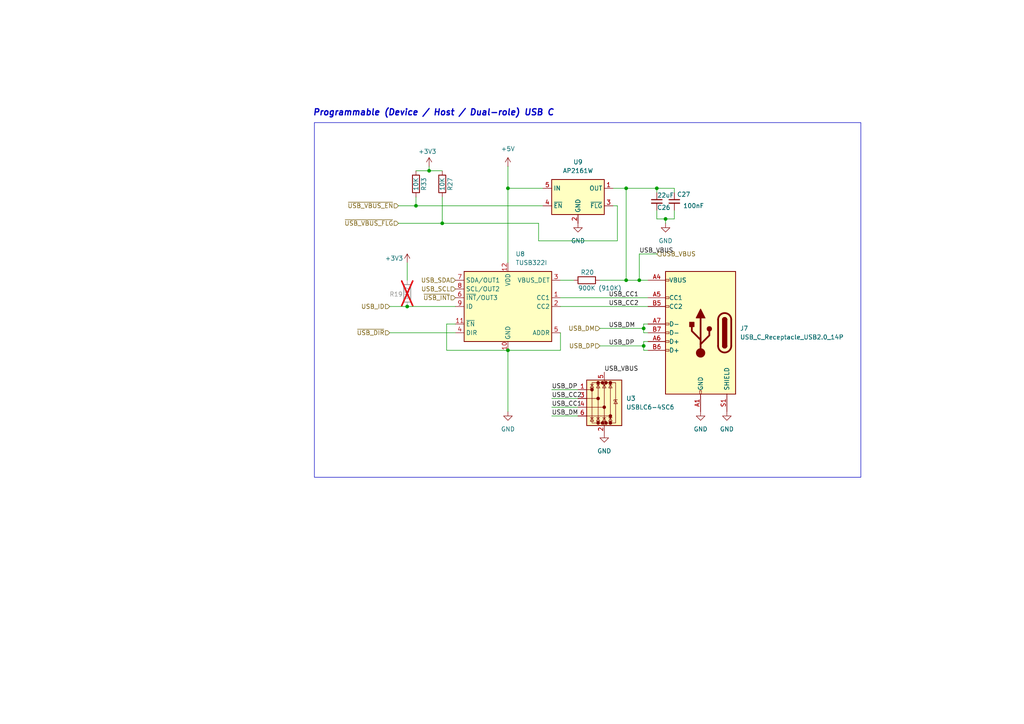
<source format=kicad_sch>
(kicad_sch (version 20250114) (generator "eeschema") (generator_version "9.0")
  (paper "A4")
  (lib_symbols
    (symbol "Connector:USB_C_Receptacle_USB2.0_14P" (pin_names (offset 1.016))
      (property "Reference" "J" (at 0 22.225 0))
      (property "Value" "USB_C_Receptacle_USB2.0_14P" (at 0 19.685 0))
      (symbol "USB_C_Receptacle_USB2.0_14P_0_0"
        (rectangle (start -0.254 -17.78) (end 0.254 -16.764))
        (rectangle (start 10.16 15.494) (end 9.144 14.986))
        (rectangle (start 10.16 10.414) (end 9.144 9.906))
        (rectangle (start 10.16 7.874) (end 9.144 7.366))
        (rectangle (start 10.16 2.794) (end 9.144 2.286))
        (rectangle (start 10.16 0.254) (end 9.144 -0.254))
        (rectangle (start 10.16 -2.286) (end 9.144 -2.794))
        (rectangle (start 10.16 -4.826) (end 9.144 -5.334))
      )
      (symbol "USB_C_Receptacle_USB2.0_14P_0_1"
        (rectangle (start -10.16 17.78) (end 10.16 -17.78) (stroke (width 0.254)) (fill (type background)))
        (polyline (pts (xy -8.89 -3.81) (xy -8.89 3.81)) (stroke (width 0.508)))
        (rectangle (start -7.62 -3.81) (end -6.35 3.81) (stroke (width 0.254)) (fill (type outline)))
        (arc (start -7.62 3.81) (mid -6.985 4.4423) (end -6.35 3.81) (stroke (width 0.254)))
        (arc (start -7.62 3.81) (mid -6.985 4.4423) (end -6.35 3.81) (stroke (width 0.254)) (fill (type outline)))
        (arc (start -8.89 3.81) (mid -6.985 5.7067) (end -5.08 3.81) (stroke (width 0.508)))
        (arc (start -5.08 -3.81) (mid -6.985 -5.7067) (end -8.89 -3.81) (stroke (width 0.508)))
        (arc (start -6.35 -3.81) (mid -6.985 -4.4423) (end -7.62 -3.81) (stroke (width 0.254)))
        (arc (start -6.35 -3.81) (mid -6.985 -4.4423) (end -7.62 -3.81) (stroke (width 0.254)) (fill (type outline)))
        (polyline (pts (xy -5.08 3.81) (xy -5.08 -3.81)) (stroke (width 0.508)))
        (circle (center -2.54 1.143) (radius 0.635) (stroke (width 0.254)) (fill (type outline)))
        (polyline (pts (xy -1.27 4.318) (xy 0 6.858) (xy 1.27 4.318) (xy -1.27 4.318)) (stroke (width 0.254)) (fill (type outline)))
        (polyline (pts (xy 0 -2.032) (xy 2.54 0.508) (xy 2.54 1.778)) (stroke (width 0.508)))
        (polyline (pts (xy 0 -3.302) (xy -2.54 -0.762) (xy -2.54 0.508)) (stroke (width 0.508)))
        (polyline (pts (xy 0 -5.842) (xy 0 4.318)) (stroke (width 0.508)))
        (circle (center 0 -5.842) (radius 1.27) (fill (type outline)))
        (rectangle (start 1.905 1.778) (end 3.175 3.048) (stroke (width 0.254)) (fill (type outline)))
      )
      (symbol "USB_C_Receptacle_USB2.0_14P_1_1"
        (pin passive line (at -7.62 -22.86 90) (length 5.08) (name "SHIELD") (number "S1"))
        (pin passive line (at 0 -22.86 90) (length 5.08) (name "GND") (number "A1"))
        (pin passive line (at 0 -22.86 90) (length 5.08) (hide yes) (name "GND") (number "A12"))
        (pin passive line (at 0 -22.86 90) (length 5.08) (hide yes) (name "GND") (number "B1"))
        (pin passive line (at 0 -22.86 90) (length 5.08) (hide yes) (name "GND") (number "B12"))
        (pin passive line (at 15.24 15.24 180) (length 5.08) (name "VBUS") (number "A4"))
        (pin passive line (at 15.24 15.24 180) (length 5.08) (hide yes) (name "VBUS") (number "A9"))
        (pin passive line (at 15.24 15.24 180) (length 5.08) (hide yes) (name "VBUS") (number "B4"))
        (pin passive line (at 15.24 15.24 180) (length 5.08) (hide yes) (name "VBUS") (number "B9"))
        (pin bidirectional line (at 15.24 10.16 180) (length 5.08) (name "CC1") (number "A5"))
        (pin bidirectional line (at 15.24 7.62 180) (length 5.08) (name "CC2") (number "B5"))
        (pin bidirectional line (at 15.24 2.54 180) (length 5.08) (name "D-") (number "A7"))
        (pin bidirectional line (at 15.24 0 180) (length 5.08) (name "D-") (number "B7"))
        (pin bidirectional line (at 15.24 -2.54 180) (length 5.08) (name "D+") (number "A6"))
        (pin bidirectional line (at 15.24 -5.08 180) (length 5.08) (name "D+") (number "B6"))
      )
    )
    (symbol "Device:C_Small" (pin_numbers (hide yes)) (pin_names (offset 0.254) (hide yes))
      (property "Reference" "C" (at 0.254 1.778 0))
      (property "Value" "C_Small" (at 0.254 -2.032 0))
      (symbol "C_Small_0_1"
        (polyline (pts (xy -1.524 0.508) (xy 1.524 0.508)) (stroke (width 0.3048)))
        (polyline (pts (xy -1.524 -0.508) (xy 1.524 -0.508)) (stroke (width 0.3302)))
      )
      (symbol "C_Small_1_1"
        (pin passive line (at 0 2.54 270) (length 2.032) (name "~") (number "1"))
        (pin passive line (at 0 -2.54 90) (length 2.032) (name "~") (number "2"))
      )
    )
    (symbol "Device:R" (pin_numbers (hide yes)) (pin_names (offset 0))
      (property "Reference" "R" (at 2.032 0 90))
      (property "Value" "R" (at 0 0 90))
      (symbol "R_0_1"
        (rectangle (start -1.016 -2.54) (end 1.016 2.54) (stroke (width 0.254)))
      )
      (symbol "R_1_1"
        (pin passive line (at 0 3.81 270) (length 1.27) (name "~") (number "1"))
        (pin passive line (at 0 -3.81 90) (length 1.27) (name "~") (number "2"))
      )
    )
    (symbol "Interface_USB:TUSB322I"
      (property "Reference" "U" (at -11.43 11.43 0))
      (property "Value" "TUSB322I" (at 7.62 11.43 0))
      (symbol "TUSB322I_1_1"
        (rectangle (start -12.7 10.16) (end 12.7 -10.16) (stroke (width 0.254)) (fill (type background)))
        (pin bidirectional line (at -15.24 7.62 0) (length 2.54) (name "SDA/OUT1") (number "7"))
        (pin bidirectional line (at -15.24 5.08 0) (length 2.54) (name "SCL/OUT2") (number "8"))
        (pin open_collector line (at -15.24 2.54 0) (length 2.54) (name "~{INT}/OUT3") (number "6"))
        (pin open_collector line (at -15.24 0 0) (length 2.54) (name "ID") (number "9"))
        (pin input line (at -15.24 -5.08 0) (length 2.54) (name "~{EN}") (number "11"))
        (pin open_collector line (at -15.24 -7.62 0) (length 2.54) (name "DIR") (number "4"))
        (pin power_in line (at 0 12.7 270) (length 2.54) (name "VDD") (number "12"))
        (pin power_in line (at 0 -12.7 90) (length 2.54) (name "GND") (number "10"))
        (pin input line (at 15.24 7.62 180) (length 2.54) (name "VBUS_DET") (number "3"))
        (pin bidirectional line (at 15.24 2.54 180) (length 2.54) (name "CC1") (number "1"))
        (pin bidirectional line (at 15.24 0 180) (length 2.54) (name "CC2") (number "2"))
        (pin input line (at 15.24 -7.62 180) (length 2.54) (name "ADDR") (number "5"))
      )
    )
    (symbol "Power_Management:AP2161W"
      (property "Reference" "U" (at -7.62 -6.35 0))
      (property "Value" "AP2161W" (at -7.62 6.35 0))
      (symbol "AP2161W_0_1"
        (rectangle (start -7.62 5.08) (end 7.62 -5.08) (stroke (width 0.254)) (fill (type background)))
      )
      (symbol "AP2161W_1_1"
        (pin power_in line (at -10.16 2.54 0) (length 2.54) (name "IN") (number "5"))
        (pin input line (at -10.16 -2.54 0) (length 2.54) (name "~{EN}") (number "4"))
        (pin power_in line (at 0 -7.62 90) (length 2.54) (name "GND") (number "2"))
        (pin power_out line (at 10.16 2.54 180) (length 2.54) (name "OUT") (number "1"))
        (pin open_collector line (at 10.16 -2.54 180) (length 2.54) (name "~{FLG}") (number "3"))
      )
    )
    (symbol "Power_Protection:USBLC6-4SC6" (pin_names (hide yes))
      (property "Reference" "U" (at 1.27 9.525 0))
      (property "Value" "USBLC6-4SC6" (at 1.27 6.985 0))
      (symbol "USBLC6-4SC6_0_0"
        (circle (center -3.556 2.54) (radius 0.0001) (stroke (width 0.508)))
        (circle (center -1.778 4.572) (radius 0.0001) (stroke (width 0.508)))
        (circle (center -1.778 0) (radius 0.0001) (stroke (width 0.508)))
        (circle (center -1.778 -7.112) (radius 0.0001) (stroke (width 0.508)))
        (circle (center -0.508 4.572) (radius 0.0001) (stroke (width 0.508)))
        (circle (center -0.508 -7.112) (radius 0.0001) (stroke (width 0.508)))
        (circle (center 0 -2.54) (radius 0.0001) (stroke (width 0.508)))
        (circle (center 0.508 4.572) (radius 0.0001) (stroke (width 0.508)))
        (circle (center 0.508 -7.112) (radius 0.0001) (stroke (width 0.508)))
        (circle (center 1.778 4.572) (radius 0.0001) (stroke (width 0.508)))
        (circle (center 1.778 -5.08) (radius 0.0001) (stroke (width 0.508)))
        (circle (center 1.778 -7.112) (radius 0.0001) (stroke (width 0.508)))
      )
      (symbol "USBLC6-4SC6_0_1"
        (polyline (pts (xy -5.08 2.54) (xy -3.556 2.54)))
        (polyline (pts (xy -5.08 0) (xy -1.778 0)))
        (polyline (pts (xy -5.08 -2.54) (xy 0 -2.54)))
        (polyline (pts (xy -5.08 -5.08) (xy 1.778 -5.08)))
        (polyline (pts (xy -4.064 3.048) (xy -3.048 3.048) (xy -3.556 4.064) (xy -4.064 3.048)))
        (polyline (pts (xy -4.064 -5.588) (xy -3.048 -5.588)))
        (polyline (pts (xy -3.048 4.064) (xy -4.064 4.064)))
        (polyline (pts (xy -3.048 -6.604) (xy -4.064 -6.604) (xy -3.556 -5.588) (xy -3.048 -6.604)))
        (polyline (pts (xy -2.286 4.064) (xy -1.27 4.064)))
        (polyline (pts (xy -2.286 -5.588) (xy -1.27 -5.588)))
        (polyline (pts (xy -1.27 3.048) (xy -2.286 3.048) (xy -1.778 4.064) (xy -1.27 3.048)))
        (polyline (pts (xy -1.27 -6.604) (xy -2.286 -6.604) (xy -1.778 -5.588) (xy -1.27 -6.604)))
        (polyline (pts (xy -0.508 3.048) (xy 0.508 3.048) (xy 0 4.064) (xy -0.508 3.048)))
        (polyline (pts (xy -0.508 -5.588) (xy 0.508 -5.588)))
        (polyline (pts (xy -0.508 -6.604) (xy 0.508 -6.604) (xy 0 -5.588) (xy -0.508 -6.604)))
        (polyline (pts (xy 0 5.08) (xy 0.508 4.572)))
        (polyline (pts (xy 0.508 4.064) (xy -0.508 4.064)))
        (polyline (pts (xy 0.508 -7.112) (xy -0.508 -7.112)))
        (polyline (pts (xy 1.27 4.064) (xy 2.286 4.064)))
        (polyline (pts (xy 1.27 -6.604) (xy 2.286 -6.604) (xy 1.778 -5.588) (xy 1.27 -6.604)))
        (polyline (pts (xy 1.778 4.572) (xy 3.302 4.572) (xy 3.302 -7.112) (xy 1.778 -7.112)))
        (polyline (pts (xy 2.286 3.048) (xy 1.27 3.048) (xy 1.778 4.064) (xy 2.286 3.048)))
        (polyline (pts (xy 2.286 -5.588) (xy 1.27 -5.588)))
        (polyline (pts (xy 2.794 -0.762) (xy 2.794 -0.381) (xy 3.81 -0.381)))
        (polyline (pts (xy 3.81 -1.524) (xy 2.794 -1.524) (xy 3.302 -0.508) (xy 3.81 -1.524)))
      )
      (symbol "USBLC6-4SC6_1_1"
        (rectangle (start -5.08 5.334) (end 5.08 -7.874) (stroke (width 0.254)) (fill (type background)))
        (polyline (pts (xy -1.778 4.572) (xy -3.556 4.572) (xy -3.556 -7.112) (xy -1.778 -7.112)))
        (polyline (pts (xy -0.508 4.572) (xy 1.778 4.572) (xy 1.778 -7.112) (xy 0.508 -7.112)))
        (polyline (pts (xy 0 -7.62) (xy -0.508 -7.112) (xy -1.778 -7.112) (xy -1.778 4.572) (xy -0.508 4.572)))
        (polyline (pts (xy 0.508 -7.112) (xy 0 -6.604) (xy 0 4.064) (xy -0.508 4.572)))
        (pin passive line (at -7.62 2.54 0) (length 2.54) (name "I/O1") (number "1"))
        (pin passive line (at -7.62 0 0) (length 2.54) (name "I/O2") (number "3"))
        (pin passive line (at -7.62 -2.54 0) (length 2.54) (name "I/O3") (number "4"))
        (pin passive line (at -7.62 -5.08 0) (length 2.54) (name "I/O4") (number "6"))
        (pin passive line (at 0 7.62 270) (length 2.54) (name "VBUS") (number "5"))
        (pin passive line (at 0 -10.16 90) (length 2.54) (name "GND") (number "2"))
      )
    )
    (symbol "power:+3V3" (power) (pin_names (offset 0))
      (property "Value" "+3V3" (at 0 3.556 0))
      (symbol "+3V3_0_1"
        (polyline (pts (xy -0.762 1.27) (xy 0 2.54)))
        (polyline (pts (xy 0 2.54) (xy 0.762 1.27)))
        (polyline (pts (xy 0 0) (xy 0 2.54)))
      )
      (symbol "+3V3_1_1"
        (pin power_in line (at 0 0 90) (length 0) (hide yes) (name "+3V3") (number "1"))
      )
    )
    (symbol "power:+5V" (power) (pin_numbers (hide yes)) (pin_names (offset 0) (hide yes))
      (property "Value" "+5V" (at 0 3.556 0))
      (symbol "+5V_0_1"
        (polyline (pts (xy -0.762 1.27) (xy 0 2.54)))
        (polyline (pts (xy 0 2.54) (xy 0.762 1.27)))
        (polyline (pts (xy 0 0) (xy 0 2.54)))
      )
      (symbol "+5V_1_1"
        (pin power_in line (at 0 0 90) (length 0) (name "~") (number "1"))
      )
    )
    (symbol "power:GND" (power) (pin_names (offset 0))
      (property "Value" "GND" (at 0 -3.81 0))
      (symbol "GND_0_1"
        (polyline (pts (xy 0 0) (xy 0 -1.27) (xy 1.27 -1.27) (xy 0 -2.54) (xy -1.27 -1.27) (xy 0 -1.27)))
      )
      (symbol "GND_1_1"
        (pin power_in line (at 0 0 270) (length 0) (hide yes) (name "GND") (number "1"))
      )
    )
  )
  (rectangle (start 91.186 35.56) (end 249.682 138.43))
  (text "Programmable (Device / Host / Dual-role) USB C" (at 125.73 32.766 0) (effects (font (size 1.778 1.778) (thickness 0.3556) (bold yes) (italic yes))))
  (junction (at 147.32 101.6))
  (junction (at 181.61 54.61))
  (junction (at 190.5 54.61))
  (junction (at 147.32 54.61))
  (junction (at 128.27 64.77))
  (junction (at 181.61 81.28))
  (junction (at 124.46 49.53))
  (junction (at 193.04 63.5))
  (junction (at 120.65 59.69))
  (junction (at 118.11 88.9))
  (junction (at 186.69 100.33))
  (junction (at 185.42 81.28))
  (junction (at 186.69 95.25))
  (wire (pts (xy 179.07 69.85) (xy 156.21 69.85)))
  (wire (pts (xy 185.42 81.28) (xy 187.96 81.28)))
  (wire (pts (xy 177.8 54.61) (xy 181.61 54.61)))
  (wire (pts (xy 195.58 63.5) (xy 195.58 60.96)))
  (wire (pts (xy 147.32 48.26) (xy 147.32 54.61)))
  (wire (pts (xy 162.56 81.28) (xy 166.37 81.28)))
  (wire (pts (xy 120.65 57.15) (xy 120.65 59.69)))
  (wire (pts (xy 160.02 113.03) (xy 167.64 113.03)))
  (wire (pts (xy 190.5 54.61) (xy 190.5 55.88)))
  (wire (pts (xy 187.96 93.98) (xy 186.69 93.98)))
  (wire (pts (xy 147.32 101.6) (xy 147.32 119.38)))
  (wire (pts (xy 147.32 54.61) (xy 157.48 54.61)))
  (wire (pts (xy 156.21 64.77) (xy 128.27 64.77)))
  (wire (pts (xy 147.32 54.61) (xy 147.32 76.2)))
  (wire (pts (xy 185.42 73.66) (xy 190.5 73.66)))
  (wire (pts (xy 113.03 96.52) (xy 132.08 96.52)))
  (wire (pts (xy 179.07 59.69) (xy 179.07 69.85)))
  (wire (pts (xy 177.8 59.69) (xy 179.07 59.69)))
  (wire (pts (xy 120.65 59.69) (xy 157.48 59.69)))
  (wire (pts (xy 181.61 54.61) (xy 181.61 81.28)))
  (wire (pts (xy 187.96 101.6) (xy 186.69 101.6)))
  (wire (pts (xy 113.03 88.9) (xy 118.11 88.9)))
  (wire (pts (xy 162.56 86.36) (xy 187.96 86.36)))
  (wire (pts (xy 124.46 49.53) (xy 120.65 49.53)))
  (wire (pts (xy 124.46 49.53) (xy 124.46 48.26)))
  (wire (pts (xy 193.04 63.5) (xy 193.04 64.77)))
  (wire (pts (xy 160.02 120.65) (xy 167.64 120.65)))
  (wire (pts (xy 132.08 93.98) (xy 129.54 93.98)))
  (wire (pts (xy 190.5 60.96) (xy 190.5 63.5)))
  (wire (pts (xy 156.21 69.85) (xy 156.21 64.77)))
  (wire (pts (xy 115.57 59.69) (xy 120.65 59.69)))
  (wire (pts (xy 195.58 54.61) (xy 195.58 55.88)))
  (wire (pts (xy 186.69 100.33) (xy 186.69 99.06)))
  (wire (pts (xy 173.99 100.33) (xy 186.69 100.33)))
  (wire (pts (xy 186.69 100.33) (xy 186.69 101.6)))
  (wire (pts (xy 181.61 81.28) (xy 185.42 81.28)))
  (wire (pts (xy 190.5 63.5) (xy 193.04 63.5)))
  (wire (pts (xy 173.99 81.28) (xy 181.61 81.28)))
  (wire (pts (xy 160.02 118.11) (xy 167.64 118.11)))
  (wire (pts (xy 118.11 81.28) (xy 118.11 76.2)))
  (wire (pts (xy 147.32 101.6) (xy 162.56 101.6)))
  (wire (pts (xy 185.42 81.28) (xy 185.42 73.66)))
  (wire (pts (xy 128.27 57.15) (xy 128.27 64.77)))
  (wire (pts (xy 129.54 101.6) (xy 147.32 101.6)))
  (wire (pts (xy 129.54 93.98) (xy 129.54 101.6)))
  (wire (pts (xy 190.5 54.61) (xy 195.58 54.61)))
  (wire (pts (xy 162.56 101.6) (xy 162.56 96.52)))
  (wire (pts (xy 186.69 93.98) (xy 186.69 95.25)))
  (wire (pts (xy 118.11 88.9) (xy 132.08 88.9)))
  (wire (pts (xy 115.57 64.77) (xy 128.27 64.77)))
  (wire (pts (xy 186.69 96.52) (xy 187.96 96.52)))
  (wire (pts (xy 193.04 63.5) (xy 195.58 63.5)))
  (wire (pts (xy 162.56 88.9) (xy 187.96 88.9)))
  (wire (pts (xy 128.27 49.53) (xy 124.46 49.53)))
  (wire (pts (xy 173.99 95.25) (xy 186.69 95.25)))
  (wire (pts (xy 160.02 115.57) (xy 167.64 115.57)))
  (wire (pts (xy 186.69 99.06) (xy 187.96 99.06)))
  (wire (pts (xy 186.69 95.25) (xy 186.69 96.52)))
  (wire (pts (xy 181.61 54.61) (xy 190.5 54.61)))
  (label "USB_CC2" (at 160.02 115.57 0))
  (label "USB_DM" (at 160.02 120.65 0))
  (label "USB_VBUS" (at 185.42 73.66 0))
  (label "USB_DM" (at 176.53 95.25 0))
  (label "USB_CC2" (at 176.53 88.9 0))
  (label "USB_CC1" (at 176.53 86.36 0))
  (label "USB_VBUS" (at 175.26 107.95 0))
  (label "USB_DP" (at 160.02 113.03 0))
  (label "USB_CC1" (at 160.02 118.11 0))
  (label "USB_DP" (at 176.53 100.33 0))
  (hierarchical_label "USB_VBUS" (shape input) (at 190.5 73.66 0))
  (hierarchical_label "USB_ID" (shape input) (at 113.03 88.9 180))
  (hierarchical_label "~{USB_VBUS_FLG}" (shape input) (at 115.57 64.77 180))
  (hierarchical_label "USB_SDA" (shape input) (at 132.08 81.28 180))
  (hierarchical_label "~{USB_DIR}" (shape input) (at 113.03 96.52 180))
  (hierarchical_label "USB_DP" (shape input) (at 173.99 100.33 180))
  (hierarchical_label "USB_DM" (shape input) (at 173.99 95.25 180))
  (hierarchical_label "USB_SCL" (shape input) (at 132.08 83.82 180))
  (hierarchical_label "~{USB_INT}" (shape input) (at 132.08 86.36 180))
  (hierarchical_label "~{USB_VBUS_EN}" (shape input) (at 115.57 59.69 180))
  (symbol (lib_id "Device:R") (at 170.18 81.28 270) (unit 1)
    (property "Reference" "R20" (at 168.402 78.994 90) (effects (justify left)))
    (property "Value" "900K (910K)" (at 167.64 83.566 90) (effects (justify left)))
    (property "Footprint" "Resistor_SMD:R_0402_1005Metric" (effects (hide yes)))
    (property "lcsc#" "C25800" (effects (hide yes)))
    (property "LCSC" "C25800" (effects (hide yes)))
  )
  (symbol (lib_id "power:GND") (at 210.82 119.38 0) (mirror y) (unit 1)
    (property "Reference" "#PWR056" (effects (hide yes)))
    (property "Value" "GND" (at 210.82 124.46 0))
  )
  (symbol (lib_id "power:+3V3") (at 118.11 76.2 0) (unit 1)
    (property "Reference" "#PWR04" (effects (hide yes)))
    (property "Value" "+3V3" (at 114.3 74.93 0))
  )
  (symbol (lib_id "Power_Management:AP2161W") (at 167.64 57.15 0) (unit 1)
    (property "Reference" "U9" (at 167.64 46.99 0))
    (property "Value" "AP2161W" (at 167.64 49.53 0))
    (property "Footprint" "Package_TO_SOT_SMD:SOT-23-5" (effects (hide yes)))
    (property "Datasheet" "https://www.diodes.com/assets/Datasheets/AP2161.pdf" (effects (hide yes)))
    (property "Description" "Current limited power switch, single channel, SOT-23-5" (effects (hide yes)))
    (property "lcsc#" "C176957" (effects (hide yes)))
    (property "LCSC" "C176957" (effects (hide yes)))
  )
  (symbol (lib_id "power:GND") (at 203.2 119.38 0) (mirror y) (unit 1)
    (property "Reference" "#PWR055" (effects (hide yes)))
    (property "Value" "GND" (at 203.2 124.46 0))
  )
  (symbol (lib_id "Device:R") (at 118.11 85.09 180) (unit 1) (in_bom no) (dnp yes)
    (property "Reference" "R19" (at 116.84 85.344 0) (effects (justify left)))
    (property "Value" "4K7" (at 118.11 83.058 90) (effects (justify left)))
    (property "Footprint" "Resistor_SMD:R_0402_1005Metric" (effects (hide yes)))
    (property "Mfg" "Yageo" (effects (hide yes)))
    (property "LCSC" "C25900" (effects (hide yes)))
  )
  (symbol (lib_id "Device:C_Small") (at 190.5 58.42 0) (mirror y) (unit 1)
    (property "Reference" "C26" (at 192.532 60.198 0))
    (property "Value" "22uF" (at 193.04 56.642 0))
    (property "Footprint" "Capacitor_SMD:C_1206_3216Metric" (effects (hide yes)))
    (property "Description" "Unpolarized capacitor, small symbol" (effects (hide yes)))
    (property "mfg#" " CL31A226KAHNNNE" (effects (hide yes)))
    (property "lcsc#" "C12891" (effects (hide yes)))
    (property "LCSC" "C12891" (effects (hide yes)))
  )
  (symbol (lib_id "Device:R") (at 120.65 53.34 0) (unit 1)
    (property "Reference" "R33" (at 122.936 55.372 90) (effects (justify left)))
    (property "Value" "10K" (at 120.65 55.372 90) (effects (justify left)))
    (property "Footprint" "Resistor_SMD:R_0402_1005Metric" (effects (hide yes)))
    (property "Mfg" "Yageo" (effects (hide yes)))
    (property "lcsc#" "C25744" (effects (hide yes)))
    (property "LCSC" "C25744" (effects (hide yes)))
  )
  (symbol (lib_id "power:GND") (at 167.64 64.77 0) (mirror y) (unit 1)
    (property "Reference" "#PWR048" (effects (hide yes)))
    (property "Value" "GND" (at 167.64 69.85 0))
  )
  (symbol (lib_id "power:GND") (at 147.32 119.38 0) (mirror y) (unit 1)
    (property "Reference" "#PWR03" (effects (hide yes)))
    (property "Value" "GND" (at 147.32 124.46 0))
  )
  (symbol (lib_id "power:GND") (at 175.26 125.73 0) (mirror y) (unit 1)
    (property "Reference" "#PWR02" (effects (hide yes)))
    (property "Value" "GND" (at 175.26 130.81 0))
  )
  (symbol (lib_id "Device:R") (at 128.27 53.34 0) (unit 1)
    (property "Reference" "R27" (at 130.556 55.372 90) (effects (justify left)))
    (property "Value" "10K" (at 128.27 55.372 90) (effects (justify left)))
    (property "Footprint" "Resistor_SMD:R_0402_1005Metric" (effects (hide yes)))
    (property "Mfg" "Yageo" (effects (hide yes)))
    (property "lcsc#" "C25744" (effects (hide yes)))
    (property "LCSC" "C25744" (effects (hide yes)))
  )
  (symbol (lib_id "Device:C_Small") (at 195.58 58.42 0) (unit 1)
    (property "Reference" "C27" (at 196.342 56.388 0) (effects (justify left)))
    (property "Value" "100nF" (at 198.12 59.6962 0) (effects (justify left)))
    (property "Footprint" "Capacitor_SMD:C_0603_1608Metric" (effects (hide yes)))
    (property "Datasheet" "https://datasheet.lcsc.com/lcsc/1912111437_TDK-C1608X7R1E104KT000N_C338036.pdf" (effects (hide yes)))
    (property "lcsc#" "C14663" (effects (hide yes)))
    (property "mfg#" "C1608X7R1E104KT000N" (effects (hide yes)))
    (property "LCSC" "C14663" (effects (hide yes)))
  )
  (symbol (lib_id "Power_Protection:USBLC6-4SC6") (at 175.26 115.57 0) (unit 1)
    (property "Reference" "U3" (at 181.61 115.5699 0) (effects (justify left)))
    (property "Value" "USBLC6-4SC6" (at 181.61 118.1099 0) (effects (justify left)))
    (property "Footprint" "Package_TO_SOT_SMD:SOT-23-6" (effects (hide yes)))
    (property "Datasheet" "https://www.st.com/resource/en/datasheet/usblc6-4.pdf" (effects (hide yes)))
    (property "Description" "Very low capacitance ESD protection diode, 4 data-line, SOT-23-6" (effects (hide yes)))
    (property "LCSC" "C111212" (effects (hide yes)))
  )
  (symbol (lib_id "power:+3V3") (at 124.46 48.26 0) (unit 1)
    (property "Reference" "#PWR034" (effects (hide yes)))
    (property "Value" "+3V3" (at 123.952 43.942 0))
  )
  (symbol (lib_id "power:+5V") (at 147.32 48.26 0) (unit 1)
    (property "Reference" "#PWR054" (effects (hide yes)))
    (property "Value" "+5V" (at 147.32 43.18 0))
    (property "Description" "Power symbol creates a global label with name \"+5V\"" (effects (hide yes)))
  )
  (symbol (lib_id "power:GND") (at 193.04 64.77 0) (mirror y) (unit 1)
    (property "Reference" "#PWR038" (effects (hide yes)))
    (property "Value" "GND" (at 193.04 69.85 0))
  )
  (symbol (lib_id "Interface_USB:TUSB322I") (at 147.32 88.9 0) (unit 1)
    (property "Reference" "U8" (at 149.5141 73.66 0) (effects (justify left)))
    (property "Value" "TUSB322I" (at 149.5141 76.2 0) (effects (justify left)))
    (property "Footprint" "Package_DFN_QFN:Texas_X2QFN-12_1.6x1.6mm_P0.4mm" (effects (hide yes)))
    (property "Datasheet" "www.ti.com/lit/ds/symlink/tusb322i.pdf" (effects (hide yes)))
    (property "Description" "USB Type-C Configuration Channel Logic and Port Control with VCONN, X2QFN-12" (effects (hide yes)))
    (property "lcsc#" "C2674422" (effects (hide yes)))
    (property "LCSC" "C2674422" (effects (hide yes)))
  )
  (symbol (lib_id "Connector:USB_C_Receptacle_USB2.0_14P") (at 203.2 96.52 0) (mirror y) (unit 1)
    (property "Reference" "J7" (at 214.63 95.2499 0) (effects (justify right)))
    (property "Value" "USB_C_Receptacle_USB2.0_14P" (at 214.63 97.7899 0) (effects (justify right)))
    (property "Footprint" "usb:USB-C-TH_U264-141N-4BAC10" (effects (hide yes)))
    (property "Datasheet" "https://www.usb.org/sites/default/files/documents/usb_type-c.zip" (effects (hide yes)))
    (property "Description" "USB 2.0-only 14P Type-C Receptacle connector" (effects (hide yes)))
    (property "lcsc#" "C692526" (effects (hide yes)))
    (property "LCSC" "C692526" (effects (hide yes)))
  )
)
</source>
